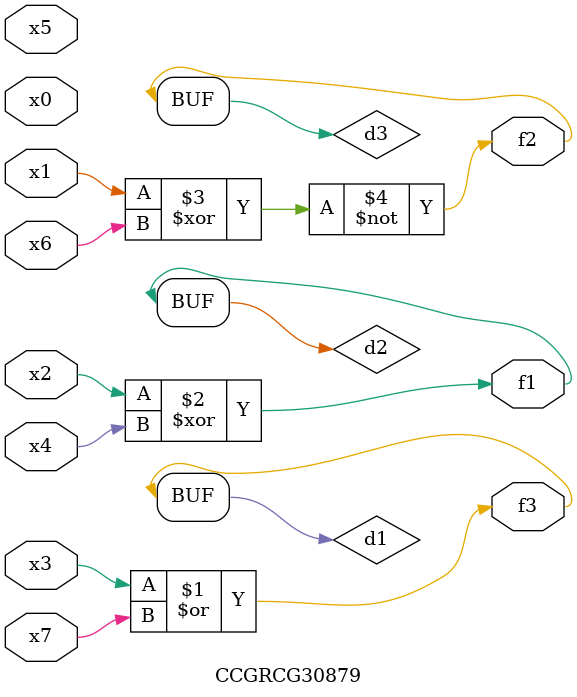
<source format=v>
module CCGRCG30879(
	input x0, x1, x2, x3, x4, x5, x6, x7,
	output f1, f2, f3
);

	wire d1, d2, d3;

	or (d1, x3, x7);
	xor (d2, x2, x4);
	xnor (d3, x1, x6);
	assign f1 = d2;
	assign f2 = d3;
	assign f3 = d1;
endmodule

</source>
